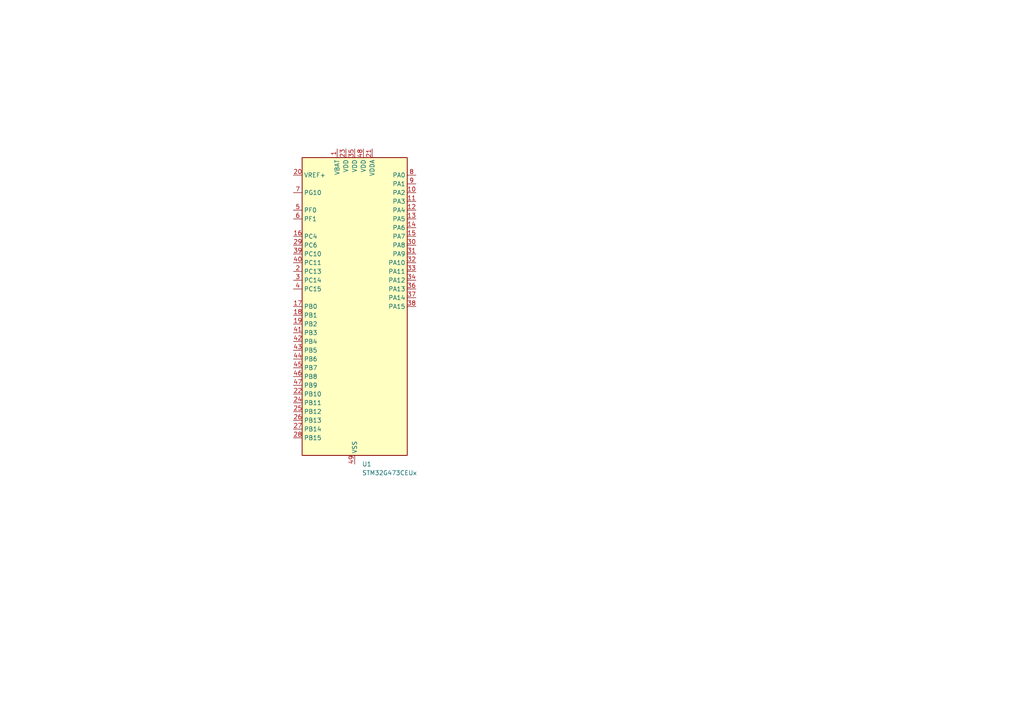
<source format=kicad_sch>
(kicad_sch (version 20250114) (generator "eeschema") (generator_version "9.0")
  (paper "A4")
  (lib_symbols
    (symbol "MCU_ST_STM32G4:STM32G473CEUx"
      (property "Reference" "U" (at -15.24 44.45 0))
      (property "Value" "STM32G473CEUx" (at 7.62 44.45 0))
      (symbol "STM32G473CEUx_0_1"
        (rectangle (start -15.24 -43.18) (end 15.24 43.18) (stroke (width 0.254)) (fill (type background)))
      )
      (symbol "STM32G473CEUx_1_1"
        (pin input line (at -17.78 38.1 0) (length 2.54) (name "VREF+") (number "20"))
        (pin bidirectional line (at -17.78 33.02 0) (length 2.54) (name "PG10") (number "7"))
        (pin bidirectional line (at -17.78 27.94 0) (length 2.54) (name "PF0") (number "5"))
        (pin bidirectional line (at -17.78 25.4 0) (length 2.54) (name "PF1") (number "6"))
        (pin bidirectional line (at -17.78 20.32 0) (length 2.54) (name "PC4") (number "16"))
        (pin bidirectional line (at -17.78 17.78 0) (length 2.54) (name "PC6") (number "29"))
        (pin bidirectional line (at -17.78 15.24 0) (length 2.54) (name "PC10") (number "39"))
        (pin bidirectional line (at -17.78 12.7 0) (length 2.54) (name "PC11") (number "40"))
        (pin bidirectional line (at -17.78 10.16 0) (length 2.54) (name "PC13") (number "2"))
        (pin bidirectional line (at -17.78 7.62 0) (length 2.54) (name "PC14") (number "3"))
        (pin bidirectional line (at -17.78 5.08 0) (length 2.54) (name "PC15") (number "4"))
        (pin bidirectional line (at -17.78 0 0) (length 2.54) (name "PB0") (number "17"))
        (pin bidirectional line (at -17.78 -2.54 0) (length 2.54) (name "PB1") (number "18"))
        (pin bidirectional line (at -17.78 -5.08 0) (length 2.54) (name "PB2") (number "19"))
        (pin bidirectional line (at -17.78 -7.62 0) (length 2.54) (name "PB3") (number "41"))
        (pin bidirectional line (at -17.78 -10.16 0) (length 2.54) (name "PB4") (number "42"))
        (pin bidirectional line (at -17.78 -12.7 0) (length 2.54) (name "PB5") (number "43"))
        (pin bidirectional line (at -17.78 -15.24 0) (length 2.54) (name "PB6") (number "44"))
        (pin bidirectional line (at -17.78 -17.78 0) (length 2.54) (name "PB7") (number "45"))
        (pin bidirectional line (at -17.78 -20.32 0) (length 2.54) (name "PB8") (number "46"))
        (pin bidirectional line (at -17.78 -22.86 0) (length 2.54) (name "PB9") (number "47"))
        (pin bidirectional line (at -17.78 -25.4 0) (length 2.54) (name "PB10") (number "22"))
        (pin bidirectional line (at -17.78 -27.94 0) (length 2.54) (name "PB11") (number "24"))
        (pin bidirectional line (at -17.78 -30.48 0) (length 2.54) (name "PB12") (number "25"))
        (pin bidirectional line (at -17.78 -33.02 0) (length 2.54) (name "PB13") (number "26"))
        (pin bidirectional line (at -17.78 -35.56 0) (length 2.54) (name "PB14") (number "27"))
        (pin bidirectional line (at -17.78 -38.1 0) (length 2.54) (name "PB15") (number "28"))
        (pin power_in line (at -5.08 45.72 270) (length 2.54) (name "VBAT") (number "1"))
        (pin power_in line (at -2.54 45.72 270) (length 2.54) (name "VDD") (number "23"))
        (pin power_in line (at 0 45.72 270) (length 2.54) (name "VDD") (number "35"))
        (pin power_in line (at 0 -45.72 90) (length 2.54) (name "VSS") (number "49"))
        (pin power_in line (at 2.54 45.72 270) (length 2.54) (name "VDD") (number "48"))
        (pin power_in line (at 5.08 45.72 270) (length 2.54) (name "VDDA") (number "21"))
        (pin bidirectional line (at 17.78 38.1 180) (length 2.54) (name "PA0") (number "8"))
        (pin bidirectional line (at 17.78 35.56 180) (length 2.54) (name "PA1") (number "9"))
        (pin bidirectional line (at 17.78 33.02 180) (length 2.54) (name "PA2") (number "10"))
        (pin bidirectional line (at 17.78 30.48 180) (length 2.54) (name "PA3") (number "11"))
        (pin bidirectional line (at 17.78 27.94 180) (length 2.54) (name "PA4") (number "12"))
        (pin bidirectional line (at 17.78 25.4 180) (length 2.54) (name "PA5") (number "13"))
        (pin bidirectional line (at 17.78 22.86 180) (length 2.54) (name "PA6") (number "14"))
        (pin bidirectional line (at 17.78 20.32 180) (length 2.54) (name "PA7") (number "15"))
        (pin bidirectional line (at 17.78 17.78 180) (length 2.54) (name "PA8") (number "30"))
        (pin bidirectional line (at 17.78 15.24 180) (length 2.54) (name "PA9") (number "31"))
        (pin bidirectional line (at 17.78 12.7 180) (length 2.54) (name "PA10") (number "32"))
        (pin bidirectional line (at 17.78 10.16 180) (length 2.54) (name "PA11") (number "33"))
        (pin bidirectional line (at 17.78 7.62 180) (length 2.54) (name "PA12") (number "34"))
        (pin bidirectional line (at 17.78 5.08 180) (length 2.54) (name "PA13") (number "36"))
        (pin bidirectional line (at 17.78 2.54 180) (length 2.54) (name "PA14") (number "37"))
        (pin bidirectional line (at 17.78 0 180) (length 2.54) (name "PA15") (number "38"))
      )
    )
  )
  (symbol (lib_id "MCU_ST_STM32G4:STM32G473CEUx") (at 102.87 88.9 0) (unit 1)
    (property "Reference" "U1" (at 105.0133 134.62 0) (effects (justify left)))
    (property "Value" "STM32G473CEUx" (at 105.0133 137.16 0) (effects (justify left)))
    (property "Footprint" "Package_DFN_QFN:QFN-48-1EP_7x7mm_P0.5mm_EP5.6x5.6mm" (effects (hide yes)))
    (property "Datasheet" "https://www.st.com/resource/en/datasheet/stm32g473ce.pdf" (effects (hide yes)))
    (property "Description" "STMicroelectronics Arm Cortex-M4 MCU, 512KB flash, 128KB RAM, 170 MHz, 1.71-3.6V, 42 GPIO, UFQFPN48" (effects (hide yes)))
  )
)
</source>
